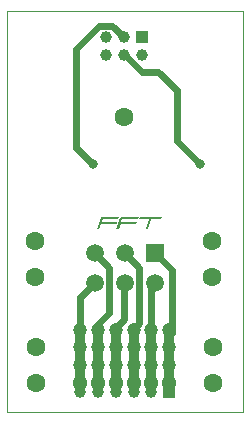
<source format=gtl>
G04*
G04 #@! TF.GenerationSoftware,Altium Limited,Altium Designer,22.2.1 (43)*
G04*
G04 Layer_Physical_Order=1*
G04 Layer_Color=255*
%FSLAX42Y42*%
%MOMM*%
G71*
G04*
G04 #@! TF.SameCoordinates,2103375D-A71D-46A8-8251-58F9F09037AB*
G04*
G04*
G04 #@! TF.FilePolarity,Positive*
G04*
G01*
G75*
%ADD10C,0.10*%
%ADD11C,1.00*%
%ADD12R,1.00X1.00*%
%ADD13R,1.00X1.00*%
%ADD23C,0.60*%
%ADD24R,0.90X5.56*%
%ADD25C,1.60*%
%ADD26R,1.50X1.50*%
%ADD27C,1.50*%
%ADD28C,0.80*%
%ADD29C,1.20*%
%ADD30C,1.30*%
G36*
X1308Y1634D02*
X1227D01*
X1199Y1552D01*
X1178D01*
X1206Y1634D01*
X1124D01*
X1131Y1655D01*
X1315D01*
X1308Y1634D01*
D02*
G37*
G36*
X1112D02*
X979D01*
X972Y1614D01*
X1105D01*
X1098Y1593D01*
X965D01*
X951Y1552D01*
X931D01*
X962Y1644D01*
X962Y1646D01*
X963Y1647D01*
X964Y1648D01*
X965Y1649D01*
X966Y1650D01*
X967Y1651D01*
X967Y1651D01*
X967Y1651D01*
X969Y1653D01*
X970Y1653D01*
X972Y1654D01*
X973Y1654D01*
X974Y1654D01*
X975Y1655D01*
X1119D01*
X1112Y1634D01*
D02*
G37*
G36*
X946D02*
X813D01*
X806Y1614D01*
X939D01*
X932Y1593D01*
X799D01*
X785Y1552D01*
X765D01*
X796Y1644D01*
X796Y1646D01*
X797Y1647D01*
X798Y1648D01*
X799Y1649D01*
X800Y1650D01*
X800Y1651D01*
X801Y1651D01*
X801Y1651D01*
X803Y1653D01*
X804Y1653D01*
X806Y1654D01*
X807Y1654D01*
X808Y1654D01*
X809Y1655D01*
X953D01*
X946Y1634D01*
D02*
G37*
D10*
X0Y0D02*
Y3400D01*
X2000D01*
Y0D02*
Y3400D01*
X0Y0D02*
X2000D01*
D11*
X1145Y3025D02*
D03*
X845D02*
D03*
X995D02*
D03*
X845Y3175D02*
D03*
X995D02*
D03*
X1075Y170D02*
D03*
X925Y170D02*
D03*
X775Y170D02*
D03*
X625Y170D02*
D03*
X1225Y170D02*
D03*
D12*
X1145Y3175D02*
D03*
D13*
X1375Y170D02*
D03*
D23*
X785Y3275D02*
X895D01*
X590Y3080D02*
X785Y3275D01*
X590Y2240D02*
Y3080D01*
Y2240D02*
X730Y2100D01*
X1440Y2300D02*
Y2725D01*
X1149Y2880D02*
X1285D01*
X1440Y2725D01*
Y2300D02*
X1640Y2100D01*
X1004Y3025D02*
X1149Y2880D01*
X895Y3275D02*
X995Y3175D01*
X996Y786D02*
Y1096D01*
X925Y450D02*
Y715D01*
X746Y1350D02*
X871Y1225D01*
Y990D02*
Y1225D01*
X995Y3025D02*
X1004D01*
X983Y1113D02*
X1000Y1096D01*
X870Y840D02*
Y989D01*
X775Y550D02*
Y700D01*
Y745D02*
X870Y840D01*
X775Y700D02*
Y745D01*
X870Y989D02*
X871Y990D01*
X1125Y756D02*
Y1225D01*
X1075Y706D02*
X1125Y756D01*
X1075Y550D02*
Y700D01*
Y706D01*
Y450D02*
Y550D01*
X625D02*
X625Y470D01*
X925Y715D02*
X996Y786D01*
X625Y400D02*
Y450D01*
X1000Y1350D02*
X1125Y1225D01*
X1225Y1067D02*
X1254Y1096D01*
Y1350D02*
X1400Y1204D01*
X625Y400D02*
Y470D01*
X775Y400D02*
Y550D01*
X1375Y700D02*
X1379Y704D01*
X625Y975D02*
X746Y1096D01*
X1225Y450D02*
Y1067D01*
X625Y550D02*
Y975D01*
X1400Y670D02*
Y1204D01*
D24*
X625Y428D02*
D03*
X775D02*
D03*
X925D02*
D03*
X1075D02*
D03*
X1225D02*
D03*
X1375D02*
D03*
D25*
X1740Y1150D02*
D03*
X240D02*
D03*
X1750Y550D02*
D03*
X250D02*
D03*
Y250D02*
D03*
X1750D02*
D03*
X1740Y1450D02*
D03*
X240D02*
D03*
X996Y2500D02*
D03*
D26*
X1254Y1350D02*
D03*
D27*
X1000D02*
D03*
X746D02*
D03*
X1000Y1096D02*
D03*
X746D02*
D03*
X1254D02*
D03*
D28*
X1640Y2100D02*
D03*
X730D02*
D03*
X845Y3025D02*
D03*
X995D02*
D03*
X1145D02*
D03*
X1145Y3175D02*
D03*
X995Y3175D02*
D03*
X845D02*
D03*
D29*
X775Y400D02*
D03*
X1075D02*
D03*
X1225D02*
D03*
X925D02*
D03*
Y550D02*
D03*
X1225D02*
D03*
X1075D02*
D03*
X625D02*
D03*
Y700D02*
D03*
X775D02*
D03*
X1075D02*
D03*
X1225D02*
D03*
X925D02*
D03*
X625Y400D02*
D03*
X775Y550D02*
D03*
X1375Y700D02*
D03*
Y550D02*
D03*
Y400D02*
D03*
D30*
X925Y250D02*
D03*
X1375D02*
D03*
X1225D02*
D03*
X1075D02*
D03*
X775D02*
D03*
X625D02*
D03*
M02*

</source>
